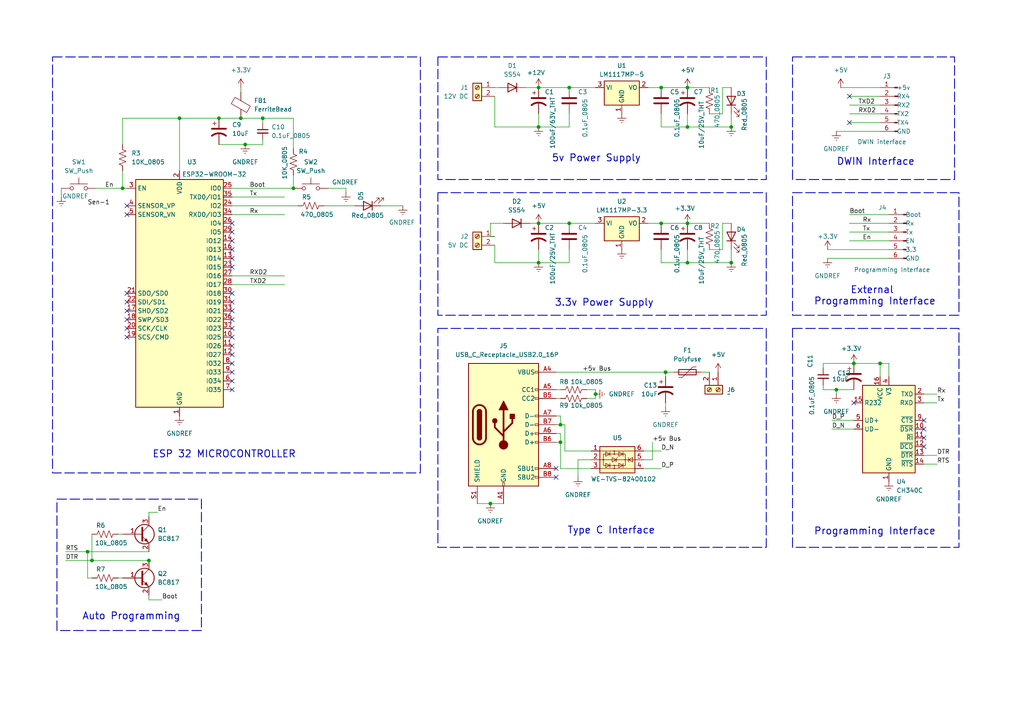
<source format=kicad_sch>
(kicad_sch (version 20250114) (generator "eeschema") (generator_version "9.0")
  (paper "A4")
  (title_block (title "Smart Savour") (date "2025-02-16") (rev "2.0") (company "Iot Product Development") (comment 1 "Pravin B         ( 73772213172 ) - III_ECE_B") (comment 2 "Bavanandhika S  ( 73772213109 ) - III_ECE_A") (comment 3 "Batch number : 02"))
  (lib_symbols
    (symbol "+5V_1" (power) (pin_numbers (hide yes)) (pin_names (offset 0) (hide yes))
      (property "Value" "+5V" (at 0 3.556 0))
      (symbol "+5V_1_1_1"
        (pin power_in line (at 0 0 90) (length 0) (name "~") (number "1"))
      )
    )
    (symbol "Conn_01x06_Pin_1" (pin_names (offset 1.016))
      (property "Reference" "J?" (at 4.318 8.382 0))
      (property "Value" "Prog." (at 4.064 -9.652 0))
      (symbol "Conn_01x06_Pin_1_1_1"
        (pin passive line (at 1.27 6.35 180) (length 3.81) (name "Boot") (number "1"))
        (pin passive line (at 1.27 3.81 180) (length 3.81) (name "Rx") (number "2"))
        (pin passive line (at 1.27 1.27 180) (length 3.81) (name "Tx") (number "3"))
        (pin passive line (at 1.27 -1.27 180) (length 3.81) (name "EN") (number "4"))
        (pin passive line (at 1.27 -3.81 180) (length 3.81) (name "3.3") (number "5"))
        (pin passive line (at 1.27 -6.35 180) (length 3.81) (name "GND") (number "6"))
      )
    )
    (symbol "Connector:Conn_01x06_Pin" (pin_names (offset 1.016))
      (property "Reference" "J3" (at 0.508 9.652 0))
      (property "Value" "DWIN interface" (at 7.874 -9.398 0))
      (symbol "Conn_01x06_Pin_1_1"
        (pin passive line (at 1.27 6.35 180) (length 3.81) (name "+5v") (number "1"))
        (pin passive line (at 1.27 3.81 180) (length 3.81) (name "RX4") (number "2"))
        (pin passive line (at 1.27 1.27 180) (length 3.81) (name "RX2") (number "3"))
        (pin passive line (at 1.27 -1.27 180) (length 3.81) (name "TX2") (number "4"))
        (pin passive line (at 1.27 -3.81 180) (length 3.81) (name "TX4") (number "5"))
        (pin passive line (at 1.27 -6.35 180) (length 3.81) (name "GND") (number "6"))
      )
    )
    (symbol "Connector:Screw_Terminal_01x02" (pin_names (offset 1.016) (hide yes))
      (property "Reference" "J" (at 0 2.54 0))
      (property "Value" "Screw_Terminal_01x02" (at 0 -5.08 0))
      (symbol "Screw_Terminal_01x02_1_1"
        (pin passive line (at -5.08 0 0) (length 3.81) (name "Pin_1") (number "1"))
        (pin passive line (at -5.08 -2.54 0) (length 3.81) (name "Pin_2") (number "2"))
      )
    )
    (symbol "Connector:USB_C_Receptacle_USB2.0_16P" (pin_names (offset 1.016))
      (property "Reference" "J" (at 0 22.225 0))
      (property "Value" "USB_C_Receptacle_USB2.0_16P" (at 0 19.685 0))
      (symbol "USB_C_Receptacle_USB2.0_16P_1_1"
        (pin passive line (at -7.62 -22.86 90) (length 5.08) (name "SHIELD") (number "S1"))
        (pin passive line (at 0 -22.86 90) (length 5.08) (name "GND") (number "A1"))
        (pin passive line (at 0 -22.86 90) (length 5.08) (hide yes) (name "GND") (number "A12"))
        (pin passive line (at 0 -22.86 90) (length 5.08) (hide yes) (name "GND") (number "B1"))
        (pin passive line (at 0 -22.86 90) (length 5.08) (hide yes) (name "GND") (number "B12"))
        (pin passive line (at 15.24 15.24 180) (length 5.08) (name "VBUS") (number "A4"))
        (pin passive line (at 15.24 15.24 180) (length 5.08) (hide yes) (name "VBUS") (number "A9"))
        (pin passive line (at 15.24 15.24 180) (length 5.08) (hide yes) (name "VBUS") (number "B4"))
        (pin passive line (at 15.24 15.24 180) (length 5.08) (hide yes) (name "VBUS") (number "B9"))
        (pin bidirectional line (at 15.24 10.16 180) (length 5.08) (name "CC1") (number "A5"))
        (pin bidirectional line (at 15.24 7.62 180) (length 5.08) (name "CC2") (number "B5"))
        (pin bidirectional line (at 15.24 2.54 180) (length 5.08) (name "D-") (number "A7"))
        (pin bidirectional line (at 15.24 0 180) (length 5.08) (name "D-") (number "B7"))
        (pin bidirectional line (at 15.24 -2.54 180) (length 5.08) (name "D+") (number "A6"))
        (pin bidirectional line (at 15.24 -5.08 180) (length 5.08) (name "D+") (number "B6"))
        (pin bidirectional line (at 15.24 -12.7 180) (length 5.08) (name "SBU1") (number "A8"))
        (pin bidirectional line (at 15.24 -15.24 180) (length 5.08) (name "SBU2") (number "B8"))
      )
    )
    (symbol "Device:C" (pin_numbers (hide yes)) (pin_names (offset 0.254))
      (property "Reference" "C" (at 0.635 2.54 0))
      (property "Value" "C" (at 0.635 -2.54 0))
      (symbol "C_1_1"
        (pin passive line (at 0 3.81 270) (length 2.794) (name "~") (number "1"))
        (pin passive line (at 0 -3.81 90) (length 2.794) (name "~") (number "2"))
      )
    )
    (symbol "Device:C_Polarized_US" (pin_numbers (hide yes)) (pin_names (offset 0.254) (hide yes))
      (property "Reference" "C" (at 0.635 2.54 0))
      (property "Value" "C_Polarized_US" (at 0.635 -2.54 0))
      (symbol "C_Polarized_US_1_1"
        (pin passive line (at 0 3.81 270) (length 2.794) (name "~") (number "1"))
        (pin passive line (at 0 -3.81 90) (length 3.302) (name "~") (number "2"))
      )
    )
    (symbol "Device:C_Small" (pin_numbers (hide yes)) (pin_names (offset 0.254) (hide yes))
      (property "Reference" "C" (at 0.254 1.778 0))
      (property "Value" "C_Small" (at 0.254 -2.032 0))
      (symbol "C_Small_1_1"
        (pin passive line (at 0 2.54 270) (length 2.032) (name "~") (number "1"))
        (pin passive line (at 0 -2.54 90) (length 2.032) (name "~") (number "2"))
      )
    )
    (symbol "Device:D" (pin_numbers (hide yes)) (pin_names (offset 1.016) (hide yes))
      (property "Reference" "D" (at 0 2.54 0))
      (property "Value" "D" (at 0 -2.54 0))
      (symbol "D_1_1"
        (pin passive line (at -3.81 0 0) (length 2.54) (name "K") (number "1"))
        (pin passive line (at 3.81 0 180) (length 2.54) (name "A") (number "2"))
      )
    )
    (symbol "Device:FerriteBead" (pin_numbers (hide yes)) (pin_names (offset 0))
      (property "Reference" "FB" (at -3.81 0.635 90))
      (property "Value" "FerriteBead" (at 3.81 0 90))
      (symbol "FerriteBead_1_1"
        (pin passive line (at 0 3.81 270) (length 2.54) (name "~") (number "1"))
        (pin passive line (at 0 -3.81 90) (length 2.54) (name "~") (number "2"))
      )
    )
    (symbol "Device:LED" (pin_numbers (hide yes)) (pin_names (offset 1.016) (hide yes))
      (property "Reference" "D" (at 0 2.54 0))
      (property "Value" "LED" (at 0 -2.54 0))
      (symbol "LED_1_1"
        (pin passive line (at -3.81 0 0) (length 2.54) (name "K") (number "1"))
        (pin passive line (at 3.81 0 180) (length 2.54) (name "A") (number "2"))
      )
    )
    (symbol "Device:Polyfuse" (pin_numbers (hide yes)) (pin_names (offset 0))
      (property "Reference" "F" (at -2.54 0 90))
      (property "Value" "Polyfuse" (at 2.54 0 90))
      (symbol "Polyfuse_1_1"
        (pin passive line (at 0 3.81 270) (length 1.27) (name "~") (number "1"))
        (pin passive line (at 0 -3.81 90) (length 1.27) (name "~") (number "2"))
      )
    )
    (symbol "Device:R_US" (pin_numbers (hide yes)) (pin_names (offset 0))
      (property "Reference" "R" (at 2.54 0 90))
      (property "Value" "R_US" (at -2.54 0 90))
      (symbol "R_US_1_1"
        (pin passive line (at 0 3.81 270) (length 1.27) (name "~") (number "1"))
        (pin passive line (at 0 -3.81 90) (length 1.27) (name "~") (number "2"))
      )
    )
    (symbol "Interface_USB:CH340C"
      (property "Reference" "U" (at -5.08 13.97 0))
      (property "Value" "CH340C" (at 1.27 13.97 0))
      (symbol "CH340C_1_1"
        (pin input line (at -10.16 7.62 0) (length 2.54) (name "R232") (number "15"))
        (pin bidirectional line (at -10.16 2.54 0) (length 2.54) (name "UD+") (number "5"))
        (pin bidirectional line (at -10.16 0 0) (length 2.54) (name "UD-") (number "6"))
        (pin no_connect line (at -7.62 -5.08 0) (length 2.54) (hide yes) (name "NC") (number "7"))
        (pin no_connect line (at -7.62 -7.62 0) (length 2.54) (hide yes) (name "NC") (number "8"))
        (pin power_in line (at -2.54 15.24 270) (length 2.54) (name "VCC") (number "16"))
        (pin power_out line (at 0 15.24 270) (length 2.54) (name "V3") (number "4"))
        (pin power_in line (at 0 -15.24 90) (length 2.54) (name "GND") (number "1"))
        (pin output line (at 10.16 10.16 180) (length 2.54) (name "TXD") (number "2"))
        (pin input line (at 10.16 7.62 180) (length 2.54) (name "RXD") (number "3"))
        (pin input line (at 10.16 2.54 180) (length 2.54) (name "~{CTS}") (number "9"))
        (pin input line (at 10.16 0 180) (length 2.54) (name "~{DSR}") (number "10"))
        (pin input line (at 10.16 -2.54 180) (length 2.54) (name "~{RI}") (number "11"))
        (pin input line (at 10.16 -5.08 180) (length 2.54) (name "~{DCD}") (number "12"))
        (pin output line (at 10.16 -7.62 180) (length 2.54) (name "~{DTR}") (number "13"))
        (pin output line (at 10.16 -10.16 180) (length 2.54) (name "~{RTS}") (number "14"))
      )
    )
    (symbol "Power_Protection:WE-TVS-82400102"
      (property "Reference" "U" (at 0 7.62 0))
      (property "Value" "WE-TVS-82400102" (at 0 5.08 0))
      (symbol "WE-TVS-82400102_1_1"
        (pin passive line (at -7.62 2.54 0) (length 2.54) (name "~") (number "1"))
        (pin passive line (at -7.62 0 0) (length 2.54) (name "~") (number "2"))
        (pin passive line (at -7.62 -2.54 0) (length 2.54) (name "~") (number "3"))
        (pin passive line (at 7.62 2.54 180) (length 2.54) (name "~") (number "6"))
        (pin passive line (at 7.62 0 180) (length 2.54) (name "~") (number "5"))
        (pin passive line (at 7.62 -2.54 180) (length 2.54) (name "~") (number "4"))
      )
    )
    (symbol "RF_Module:ESP32-WROOM-32"
      (property "Reference" "U" (at -12.7 34.29 0))
      (property "Value" "ESP32-WROOM-32" (at 1.27 34.29 0))
      (symbol "ESP32-WROOM-32_1_1"
        (pin input line (at -15.24 30.48 0) (length 2.54) (name "EN") (number "3"))
        (pin input line (at -15.24 25.4 0) (length 2.54) (name "SENSOR_VP") (number "4"))
        (pin input line (at -15.24 22.86 0) (length 2.54) (name "SENSOR_VN") (number "5"))
        (pin bidirectional line (at -15.24 0 0) (length 2.54) (name "SDO/SD0") (number "21"))
        (pin bidirectional line (at -15.24 -2.54 0) (length 2.54) (name "SDI/SD1") (number "22"))
        (pin bidirectional line (at -15.24 -5.08 0) (length 2.54) (name "SHD/SD2") (number "17"))
        (pin bidirectional line (at -15.24 -7.62 0) (length 2.54) (name "SWP/SD3") (number "18"))
        (pin bidirectional line (at -15.24 -10.16 0) (length 2.54) (name "SCK/CLK") (number "20"))
        (pin bidirectional line (at -15.24 -12.7 0) (length 2.54) (name "SCS/CMD") (number "19"))
        (pin no_connect line (at -12.7 -27.94 0) (length 2.54) (hide yes) (name "NC") (number "32"))
        (pin power_in line (at 0 35.56 270) (length 2.54) (name "VDD") (number "2"))
        (pin power_in line (at 0 -35.56 90) (length 2.54) (name "GND") (number "1"))
        (pin passive line (at 0 -35.56 90) (length 2.54) (hide yes) (name "GND") (number "15"))
        (pin passive line (at 0 -35.56 90) (length 2.54) (hide yes) (name "GND") (number "38"))
        (pin passive line (at 0 -35.56 90) (length 2.54) (hide yes) (name "GND") (number "39"))
        (pin bidirectional line (at 15.24 30.48 180) (length 2.54) (name "IO0") (number "25"))
        (pin bidirectional line (at 15.24 27.94 180) (length 2.54) (name "TXD0/IO1") (number "35"))
        (pin bidirectional line (at 15.24 25.4 180) (length 2.54) (name "IO2") (number "24"))
        (pin bidirectional line (at 15.24 22.86 180) (length 2.54) (name "RXD0/IO3") (number "34"))
        (pin bidirectional line (at 15.24 20.32 180) (length 2.54) (name "IO4") (number "26"))
        (pin bidirectional line (at 15.24 17.78 180) (length 2.54) (name "IO5") (number "29"))
        (pin bidirectional line (at 15.24 15.24 180) (length 2.54) (name "IO12") (number "14"))
        (pin bidirectional line (at 15.24 12.7 180) (length 2.54) (name "IO13") (number "16"))
        (pin bidirectional line (at 15.24 10.16 180) (length 2.54) (name "IO14") (number "13"))
        (pin bidirectional line (at 15.24 7.62 180) (length 2.54) (name "IO15") (number "23"))
        (pin bidirectional line (at 15.24 5.08 180) (length 2.54) (name "IO16") (number "27"))
        (pin bidirectional line (at 15.24 2.54 180) (length 2.54) (name "IO17") (number "28"))
        (pin bidirectional line (at 15.24 0 180) (length 2.54) (name "IO18") (number "30"))
        (pin bidirectional line (at 15.24 -2.54 180) (length 2.54) (name "IO19") (number "31"))
        (pin bidirectional line (at 15.24 -5.08 180) (length 2.54) (name "IO21") (number "33"))
        (pin bidirectional line (at 15.24 -7.62 180) (length 2.54) (name "IO22") (number "36"))
        (pin bidirectional line (at 15.24 -10.16 180) (length 2.54) (name "IO23") (number "37"))
        (pin bidirectional line (at 15.24 -12.7 180) (length 2.54) (name "IO25") (number "10"))
        (pin bidirectional line (at 15.24 -15.24 180) (length 2.54) (name "IO26") (number "11"))
        (pin bidirectional line (at 15.24 -17.78 180) (length 2.54) (name "IO27") (number "12"))
        (pin bidirectional line (at 15.24 -20.32 180) (length 2.54) (name "IO32") (number "8"))
        (pin bidirectional line (at 15.24 -22.86 180) (length 2.54) (name "IO33") (number "9"))
        (pin input line (at 15.24 -25.4 180) (length 2.54) (name "IO34") (number "6"))
        (pin input line (at 15.24 -27.94 180) (length 2.54) (name "IO35") (number "7"))
      )
    )
    (symbol "Regulator_Linear:LM1117DT-5.0"
      (property "Reference" "U" (at -3.81 3.175 0))
      (property "Value" "LM1117DT-5.0" (at 0 3.175 0))
      (symbol "LM1117DT-5.0_1_1"
        (pin power_in line (at -7.62 0 0) (length 2.54) (name "VI") (number "3"))
        (pin power_in line (at 0 -7.62 90) (length 2.54) (name "GND") (number "1"))
        (pin power_out line (at 7.62 0 180) (length 2.54) (name "VO") (number "2"))
      )
    )
    (symbol "Regulator_Linear:LM1117MP-3.3"
      (property "Reference" "U" (at -3.81 3.175 0))
      (property "Value" "LM1117MP-3.3" (at 0 3.175 0))
      (symbol "LM1117MP-3.3_1_1"
        (pin power_in line (at -7.62 0 0) (length 2.54) (name "VI") (number "3"))
        (pin power_in line (at 0 -7.62 90) (length 2.54) (name "GND") (number "1"))
        (pin power_out line (at 7.62 0 180) (length 2.54) (name "VO") (number "2"))
      )
    )
    (symbol "Switch:SW_Push" (pin_numbers (hide yes)) (pin_names (offset 1.016) (hide yes))
      (property "Reference" "SW" (at 1.27 2.54 0))
      (property "Value" "SW_Push" (at 0 -1.524 0))
      (symbol "SW_Push_0_1"
        (pin passive line (at -5.08 0 0) (length 2.54) (name "1") (number "1"))
        (pin passive line (at 5.08 0 180) (length 2.54) (name "2") (number "2"))
      )
    )
    (symbol "Transistor_BJT:BC817" (pin_names (offset 0) (hide yes))
      (property "Reference" "Q" (at 5.08 1.905 0))
      (property "Value" "BC817" (at 5.08 0 0))
      (symbol "BC817_1_1"
        (pin input line (at -5.08 0 0) (length 5.715) (name "B") (number "1"))
        (pin passive line (at 2.54 5.08 270) (length 2.54) (name "C") (number "3"))
        (pin passive line (at 2.54 -5.08 90) (length 2.54) (name "E") (number "2"))
      )
    )
    (symbol "power:+3.3V" (power) (pin_names (offset 0))
      (property "Value" "+3.3V" (at 0 3.556 0))
      (symbol "+3.3V_1_1"
        (pin power_in line (at 0 0 90) (length 0) (hide yes) (name "+3.3V") (number "1"))
      )
    )
    (symbol "power:+5V" (power) (pin_names (offset 0))
      (property "Value" "+5V" (at 0 3.556 0))
      (symbol "+5V_1_1"
        (pin power_in line (at 0 0 90) (length 0) (hide yes) (name "+5V") (number "1"))
      )
    )
    (symbol "power:GNDREF" (power) (pin_names (offset 0))
      (property "Value" "GNDREF" (at 0 -3.81 0))
      (symbol "GNDREF_1_1"
        (pin power_in line (at 0 0 270) (length 0) (hide yes) (name "GNDREF") (number "1"))
      )
    )
  )
  (rectangle (start 229.87 55.88) (end 278.13 91.44) (stroke (width 0.254) (type dash)))
  (rectangle (start 127 95.25) (end 222.25 158.75) (stroke (width 0.254) (type dash)))
  (rectangle (start 15.24 16.51) (end 121.92 137.16) (stroke (width 0.254) (type dash)))
  (rectangle (start 229.87 16.51) (end 276.86 52.07) (stroke (width 0.254) (type dash)))
  (rectangle (start 16.51 144.78) (end 58.42 182.88) (stroke (width 0.254) (type dash)))
  (rectangle (start 229.87 95.25) (end 278.13 158.75) (stroke (width 0.254) (type dash)))
  (rectangle (start 127 16.51) (end 222.25 52.07) (stroke (width 0.254) (type dash)))
  (rectangle (start 127 55.88) (end 222.25 91.44) (stroke (width 0.254) (type dash)))
  (text "DWIN Interface" (at 254 46.99 0) (effects (font (size 2.032 2.032) (thickness 0.254) (bold yes))))
  (text "Programming Interface\n" (at 253.746 154.178 0) (effects (font (size 2.032 2.032) (thickness 0.254) (bold yes))))
  (text "3.3v Power Supply \n" (at 176.022 87.884 0) (effects (font (size 2.032 2.032) (thickness 0.254) (bold yes))))
  (text "External \nProgramming Interface\n" (at 253.746 85.852 0) (effects (font (size 2.032 2.032) (thickness 0.254) (bold yes))))
  (text "Auto Programming\n" (at 38.1 178.816 0) (effects (font (size 2.032 2.032) (thickness 0.254) (bold yes))))
  (text "5v Power Supply \n" (at 173.736 45.974 0) (effects (font (size 2.032 2.032) (thickness 0.254) (bold yes))))
  (text "Type C Interface\n" (at 177.292 153.924 0) (effects (font (size 2.032 2.032) (thickness 0.254) (bold yes))))
  (text "ESP 32 MICROCONTROLLER\n" (at 65.024 131.826 0) (effects (font (size 2.032 2.032) (thickness 0.254) (bold yes))))
  (junction (at 71.12 41.91))
  (junction (at 199.39 64.77))
  (junction (at 76.2 34.29))
  (junction (at 142.24 146.05))
  (junction (at 199.39 25.4))
  (junction (at 156.21 36.83))
  (junction (at 69.85 34.29))
  (junction (at 156.21 25.4))
  (junction (at 156.21 64.77))
  (junction (at 191.77 25.4))
  (junction (at 43.18 162.56))
  (junction (at 212.09 36.83))
  (junction (at 255.27 105.41))
  (junction (at 212.09 76.2))
  (junction (at 172.72 114.3))
  (junction (at 26.67 162.56))
  (junction (at 25.4 160.02))
  (junction (at 63.5 34.29))
  (junction (at 165.1 25.4))
  (junction (at 191.77 64.77))
  (junction (at 247.65 105.41))
  (junction (at 35.56 54.61))
  (junction (at 165.1 64.77))
  (junction (at 193.04 107.95))
  (junction (at 156.21 76.2))
  (junction (at 85.09 54.61))
  (junction (at 199.39 76.2))
  (junction (at 162.56 128.27))
  (junction (at 242.57 113.03))
  (junction (at 162.56 123.19))
  (junction (at 199.39 36.83))
  (junction (at 52.07 34.29))
  (no_connect (at 67.31 100.33))
  (no_connect (at 36.83 92.71))
  (no_connect (at 67.31 92.71))
  (no_connect (at 67.31 107.95))
  (no_connect (at 36.83 59.69))
  (no_connect (at 67.31 105.41))
  (no_connect (at 67.31 90.17))
  (no_connect (at 36.83 95.25))
  (no_connect (at 67.31 110.49))
  (no_connect (at 267.97 121.92))
  (no_connect (at 247.65 116.84))
  (no_connect (at 36.83 85.09))
  (no_connect (at 267.97 124.46))
  (no_connect (at 36.83 97.79))
  (no_connect (at 67.31 97.79))
  (no_connect (at 67.31 77.47))
  (no_connect (at 67.31 87.63))
  (no_connect (at 161.29 138.43))
  (no_connect (at 67.31 102.87))
  (no_connect (at 267.97 127))
  (no_connect (at 267.97 129.54))
  (no_connect (at 67.31 69.85))
  (no_connect (at 36.83 87.63))
  (no_connect (at 67.31 85.09))
  (no_connect (at 161.29 135.89))
  (no_connect (at 246.38 35.56))
  (no_connect (at 246.38 27.94))
  (no_connect (at 36.83 62.23))
  (no_connect (at 67.31 74.93))
  (no_connect (at 67.31 95.25))
  (no_connect (at 67.31 113.03))
  (no_connect (at 36.83 90.17))
  (no_connect (at 67.31 67.31))
  (no_connect (at 67.31 64.77))
  (no_connect (at 67.31 72.39))
  (wire (pts (xy 67.31 59.69) (xy 86.36 59.69)))
  (wire (pts (xy 170.18 115.57) (xy 172.72 115.57)))
  (wire (pts (xy 163.83 123.19) (xy 162.56 123.19)))
  (wire (pts (xy 161.29 107.95) (xy 193.04 107.95)))
  (wire (pts (xy 138.43 146.05) (xy 142.24 146.05)))
  (wire (pts (xy 186.69 130.81) (xy 191.77 130.81)))
  (wire (pts (xy 203.2 107.95) (xy 205.74 107.95)))
  (wire (pts (xy 199.39 36.83) (xy 212.09 36.83)))
  (wire (pts (xy 162.56 123.19) (xy 162.56 120.65)))
  (wire (pts (xy 205.74 33.02) (xy 209.55 33.02)))
  (wire (pts (xy 85.09 50.8) (xy 85.09 54.61)))
  (wire (pts (xy 100.33 54.61) (xy 95.25 54.61)))
  (wire (pts (xy 191.77 25.4) (xy 199.39 25.4)))
  (wire (pts (xy 257.81 109.22) (xy 257.81 105.41)))
  (wire (pts (xy 172.72 113.03) (xy 172.72 114.3)))
  (wire (pts (xy 238.76 105.41) (xy 238.76 106.68)))
  (wire (pts (xy 142.24 64.77) (xy 146.05 64.77)))
  (wire (pts (xy 43.18 173.99) (xy 46.99 173.99)))
  (wire (pts (xy 171.45 133.35) (xy 167.64 133.35)))
  (wire (pts (xy 246.38 67.31) (xy 257.81 67.31)))
  (wire (pts (xy 170.18 113.03) (xy 172.72 113.03)))
  (wire (pts (xy 165.1 76.2) (xy 165.1 72.39)))
  (wire (pts (xy 35.56 34.29) (xy 52.07 34.29)))
  (wire (pts (xy 246.38 27.94) (xy 255.27 27.94)))
  (wire (pts (xy 76.2 40.64) (xy 76.2 41.91)))
  (wire (pts (xy 162.56 135.89) (xy 171.45 135.89)))
  (wire (pts (xy 209.55 33.02) (xy 209.55 25.4)))
  (wire (pts (xy 143.51 36.83) (xy 156.21 36.83)))
  (wire (pts (xy 156.21 76.2) (xy 165.1 76.2)))
  (wire (pts (xy 93.98 59.69) (xy 102.87 59.69)))
  (wire (pts (xy 267.97 134.62) (xy 271.78 134.62)))
  (wire (pts (xy 191.77 76.2) (xy 199.39 76.2)))
  (wire (pts (xy 191.77 64.77) (xy 199.39 64.77)))
  (wire (pts (xy 189.23 128.27) (xy 189.23 133.35)))
  (wire (pts (xy 142.24 68.58) (xy 142.24 64.77)))
  (wire (pts (xy 241.3 121.92) (xy 247.65 121.92)))
  (wire (pts (xy 163.83 130.81) (xy 163.83 123.19)))
  (wire (pts (xy 193.04 116.84) (xy 193.04 118.11)))
  (wire (pts (xy 171.45 130.81) (xy 163.83 130.81)))
  (wire (pts (xy 34.29 167.64) (xy 35.56 167.64)))
  (wire (pts (xy 143.51 27.94) (xy 143.51 36.83)))
  (wire (pts (xy 161.29 113.03) (xy 162.56 113.03)))
  (wire (pts (xy 247.65 105.41) (xy 255.27 105.41)))
  (wire (pts (xy 67.31 80.01) (xy 82.55 80.01)))
  (wire (pts (xy 143.51 25.4) (xy 144.78 25.4)))
  (wire (pts (xy 167.64 133.35) (xy 167.64 138.43)))
  (wire (pts (xy 255.27 109.22) (xy 255.27 105.41)))
  (wire (pts (xy 165.1 36.83) (xy 165.1 33.02)))
  (wire (pts (xy 193.04 107.95) (xy 195.58 107.95)))
  (wire (pts (xy 85.09 34.29) (xy 76.2 34.29)))
  (wire (pts (xy 85.09 43.18) (xy 85.09 34.29)))
  (wire (pts (xy 240.03 72.39) (xy 257.81 72.39)))
  (wire (pts (xy 63.5 34.29) (xy 69.85 34.29)))
  (wire (pts (xy 100.33 54.61) (xy 100.33 55.88)))
  (wire (pts (xy 43.18 148.59) (xy 45.72 148.59)))
  (wire (pts (xy 212.09 36.83) (xy 212.09 33.02)))
  (wire (pts (xy 143.51 68.58) (xy 142.24 68.58)))
  (wire (pts (xy 209.55 64.77) (xy 212.09 64.77)))
  (wire (pts (xy 156.21 36.83) (xy 165.1 36.83)))
  (wire (pts (xy 243.84 25.4) (xy 255.27 25.4)))
  (wire (pts (xy 246.38 30.48) (xy 255.27 30.48)))
  (wire (pts (xy 17.78 57.15) (xy 17.78 54.61)))
  (wire (pts (xy 199.39 33.02) (xy 199.39 36.83)))
  (wire (pts (xy 246.38 69.85) (xy 257.81 69.85)))
  (wire (pts (xy 209.55 72.39) (xy 209.55 64.77)))
  (wire (pts (xy 199.39 25.4) (xy 205.74 25.4)))
  (wire (pts (xy 241.3 124.46) (xy 247.65 124.46)))
  (wire (pts (xy 69.85 34.29) (xy 76.2 34.29)))
  (wire (pts (xy 161.29 123.19) (xy 162.56 123.19)))
  (wire (pts (xy 165.1 25.4) (xy 172.72 25.4)))
  (wire (pts (xy 26.67 162.56) (xy 43.18 162.56)))
  (wire (pts (xy 189.23 133.35) (xy 186.69 133.35)))
  (wire (pts (xy 187.96 64.77) (xy 191.77 64.77)))
  (wire (pts (xy 187.96 25.4) (xy 191.77 25.4)))
  (wire (pts (xy 199.39 72.39) (xy 199.39 76.2)))
  (wire (pts (xy 162.56 125.73) (xy 162.56 128.27)))
  (wire (pts (xy 25.4 167.64) (xy 25.4 160.02)))
  (wire (pts (xy 34.29 154.94) (xy 35.56 154.94)))
  (wire (pts (xy 246.38 62.23) (xy 257.81 62.23)))
  (wire (pts (xy 172.72 114.3) (xy 172.72 115.57)))
  (wire (pts (xy 161.29 125.73) (xy 162.56 125.73)))
  (wire (pts (xy 52.07 34.29) (xy 52.07 49.53)))
  (wire (pts (xy 246.38 33.02) (xy 255.27 33.02)))
  (wire (pts (xy 242.57 113.03) (xy 247.65 113.03)))
  (wire (pts (xy 242.57 113.03) (xy 242.57 114.3)))
  (wire (pts (xy 67.31 57.15) (xy 82.55 57.15)))
  (wire (pts (xy 143.51 71.12) (xy 143.51 76.2)))
  (wire (pts (xy 191.77 72.39) (xy 191.77 76.2)))
  (wire (pts (xy 25.4 160.02) (xy 43.18 160.02)))
  (wire (pts (xy 116.84 59.69) (xy 110.49 59.69)))
  (wire (pts (xy 242.57 38.1) (xy 255.27 38.1)))
  (wire (pts (xy 153.67 64.77) (xy 156.21 64.77)))
  (wire (pts (xy 191.77 36.83) (xy 199.39 36.83)))
  (wire (pts (xy 205.74 72.39) (xy 209.55 72.39)))
  (wire (pts (xy 26.67 154.94) (xy 26.67 162.56)))
  (wire (pts (xy 165.1 64.77) (xy 172.72 64.77)))
  (wire (pts (xy 199.39 76.2) (xy 212.09 76.2)))
  (wire (pts (xy 162.56 120.65) (xy 161.29 120.65)))
  (wire (pts (xy 43.18 162.56) (xy 43.18 165.1)))
  (wire (pts (xy 156.21 33.02) (xy 156.21 36.83)))
  (wire (pts (xy 142.24 146.05) (xy 146.05 146.05)))
  (wire (pts (xy 156.21 72.39) (xy 156.21 76.2)))
  (wire (pts (xy 156.21 64.77) (xy 165.1 64.77)))
  (wire (pts (xy 35.56 54.61) (xy 36.83 54.61)))
  (wire (pts (xy 71.12 41.91) (xy 76.2 41.91)))
  (wire (pts (xy 161.29 115.57) (xy 162.56 115.57)))
  (wire (pts (xy 67.31 54.61) (xy 85.09 54.61)))
  (wire (pts (xy 193.04 107.95) (xy 193.04 109.22)))
  (wire (pts (xy 199.39 64.77) (xy 205.74 64.77)))
  (wire (pts (xy 35.56 49.53) (xy 35.56 54.61)))
  (wire (pts (xy 267.97 116.84) (xy 271.78 116.84)))
  (wire (pts (xy 67.31 62.23) (xy 82.55 62.23)))
  (wire (pts (xy 238.76 105.41) (xy 247.65 105.41)))
  (wire (pts (xy 162.56 128.27) (xy 161.29 128.27)))
  (wire (pts (xy 267.97 114.3) (xy 271.78 114.3)))
  (wire (pts (xy 186.69 135.89) (xy 191.77 135.89)))
  (wire (pts (xy 143.51 76.2) (xy 156.21 76.2)))
  (wire (pts (xy 19.05 160.02) (xy 25.4 160.02)))
  (wire (pts (xy 246.38 64.77) (xy 257.81 64.77)))
  (wire (pts (xy 52.07 34.29) (xy 63.5 34.29)))
  (wire (pts (xy 156.21 25.4) (xy 165.1 25.4)))
  (wire (pts (xy 238.76 111.76) (xy 238.76 113.03)))
  (wire (pts (xy 43.18 172.72) (xy 43.18 173.99)))
  (wire (pts (xy 246.38 35.56) (xy 255.27 35.56)))
  (wire (pts (xy 76.2 35.56) (xy 76.2 34.29)))
  (wire (pts (xy 267.97 132.08) (xy 271.78 132.08)))
  (wire (pts (xy 35.56 41.91) (xy 35.56 34.29)))
  (wire (pts (xy 67.31 82.55) (xy 82.55 82.55)))
  (wire (pts (xy 63.5 41.91) (xy 71.12 41.91)))
  (wire (pts (xy 162.56 135.89) (xy 162.56 128.27)))
  (wire (pts (xy 209.55 25.4) (xy 212.09 25.4)))
  (wire (pts (xy 255.27 105.41) (xy 257.81 105.41)))
  (wire (pts (xy 19.05 162.56) (xy 26.67 162.56)))
  (wire (pts (xy 212.09 76.2) (xy 212.09 72.39)))
  (wire (pts (xy 27.94 54.61) (xy 35.56 54.61)))
  (wire (pts (xy 242.57 113.03) (xy 238.76 113.03)))
  (wire (pts (xy 43.18 149.86) (xy 43.18 148.59)))
  (wire (pts (xy 240.03 74.93) (xy 257.81 74.93)))
  (wire (pts (xy 191.77 33.02) (xy 191.77 36.83)))
  (wire (pts (xy 26.67 167.64) (xy 25.4 167.64)))
  (wire (pts (xy 152.4 25.4) (xy 156.21 25.4)))
  (wire (pts (xy 69.85 25.4) (xy 69.85 26.67)))
  (label "Tx" (at 72.39 57.15 0))
  (label "RTS" (at 19.05 160.02 0))
  (label "D_P" (at 191.77 135.89 0))
  (label "En" (at 45.72 148.59 0))
  (label "RTS" (at 271.78 134.62 0))
  (label "TXD2" (at 72.39 82.55 0))
  (label "En" (at 250.19 69.85 0))
  (label "+5v Bus" (at 168.91 107.95 0))
  (label "+5v Bus" (at 189.23 128.27 0))
  (label "En" (at 30.48 54.61 0))
  (label "Boot" (at 72.39 54.61 0))
  (label "D_P" (at 241.3 121.92 0))
  (label "Rx" (at 271.78 114.3 0))
  (label "RXD2" (at 72.39 80.01 0))
  (label "RXD2" (at 248.92 33.02 0))
  (label "DTR" (at 271.78 132.08 0))
  (label "Tx" (at 250.19 67.31 0))
  (label "Boot" (at 246.38 62.23 0))
  (label "Tx" (at 271.78 116.84 0))
  (label "Boot" (at 46.99 173.99 0))
  (label "TXD2" (at 248.92 30.48 0))
  (label "D_N" (at 241.3 124.46 0))
  (label "Rx" (at 72.39 62.23 0))
  (label "D_N" (at 191.77 130.81 0))
  (label "Rx" (at 250.19 64.77 0))
  (label "DTR" (at 19.05 162.56 0))
  (label "Sen-1" (at 25.4 59.69 0))
  (symbol (lib_id "Connector:Screw_Terminal_01x02") (at 138.43 25.4 0) (mirror y) (unit 1)
    (property "Reference" "J1" (at 135.89 25.3999 0) (effects (justify left)))
    (property "Value" "12V DC" (at 135.89 27.9399 0) (effects (justify left)))
    (property "Footprint" "Connector_BarrelJack:BarrelJack_GCT_DCJ200-10-A_Horizontal" (effects (hide yes)))
    (property "Description" "Generic screw terminal, single row, 01x02, script generated (kicad-library-utils/schlib/autogen/connector/)" (effects (hide yes)))
  )
  (symbol (lib_id "Device:C") (at 165.1 29.21 0) (unit 1)
    (property "Reference" "C3" (at 167.64 26.67 0) (effects (justify left)))
    (property "Value" "0.1uF_0805" (at 169.672 39.878 90) (effects (justify left)))
    (property "Footprint" "Capacitor_SMD:C_0805_2012Metric_Pad1.18x1.45mm_HandSolder" (effects (hide yes)))
    (property "Description" "Unpolarized capacitor" (effects (hide yes)))
  )
  (symbol (lib_id "Device:R_US") (at 205.74 68.58 0) (unit 1)
    (property "Reference" "R2" (at 205.994 65.532 0) (effects (justify left)))
    (property "Value" "470_0805" (at 208.026 76.454 90) (effects (justify left)))
    (property "Footprint" "Resistor_SMD:R_0805_2012Metric_Pad1.20x1.40mm_HandSolder" (effects (hide yes)))
    (property "Description" "Resistor, US symbol" (effects (hide yes)))
  )
  (symbol (lib_id "Device:LED") (at 106.68 59.69 180) (unit 1)
    (property "Reference" "D5" (at 104.648 58.166 90) (effects (justify right)))
    (property "Value" "Red_0805" (at 101.854 62.484 0) (effects (justify right)))
    (property "Footprint" "LED_SMD:LED_0805_2012Metric_Pad1.15x1.40mm_HandSolder" (effects (hide yes)))
    (property "Description" "Light emitting diode" (effects (hide yes)))
  )
  (symbol (lib_name "+5V_1") (lib_id "power:+5V") (at 199.39 25.4 0) (unit 1)
    (property "Reference" "#PWR07" (effects (hide yes)))
    (property "Value" "+5V" (at 199.39 20.32 0))
    (property "Description" "Power symbol creates a global label with name \"+5V\"" (effects (hide yes)))
  )
  (symbol (lib_id "Device:LED") (at 212.09 29.21 90) (unit 1)
    (property "Reference" "D3" (at 213.614 27.178 90) (effects (justify right)))
    (property "Value" "Red_0805" (at 215.9 28.448 0) (effects (justify right)))
    (property "Footprint" "LED_SMD:LED_0805_2012Metric_Pad1.15x1.40mm_HandSolder" (effects (hide yes)))
    (property "Description" "Light emitting diode" (effects (hide yes)))
  )
  (symbol (lib_id "power:GNDREF") (at 180.34 72.39 0) (unit 1)
    (property "Reference" "#PWR06" (effects (hide yes)))
    (property "Value" "GNDREF" (effects (hide yes)))
    (property "Description" "Power symbol creates a global label with name \"GNDREF\" , reference supply ground" (effects (hide yes)))
  )
  (symbol (lib_id "power:GNDREF") (at 180.34 33.02 0) (unit 1)
    (property "Reference" "#PWR05" (effects (hide yes)))
    (property "Value" "GNDREF" (effects (hide yes)))
    (property "Description" "Power symbol creates a global label with name \"GNDREF\" , reference supply ground" (effects (hide yes)))
  )
  (symbol (lib_id "Device:C_Polarized_US") (at 199.39 29.21 0) (unit 1)
    (property "Reference" "C7" (at 201.168 26.67 0) (effects (justify left)))
    (property "Value" "10uF/25V_THT" (at 203.454 43.18 90) (effects (justify left)))
    (property "Footprint" "Capacitor_THT:CP_Radial_D6.3mm_P2.50mm" (effects (hide yes)))
    (property "Description" "Polarized capacitor, US symbol" (effects (hide yes)))
  )
  (symbol (lib_id "Connector:Screw_Terminal_01x02") (at 138.43 68.58 0) (mirror y) (unit 1)
    (property "Reference" "J2" (at 135.89 68.5799 0) (effects (justify left)))
    (property "Value" "5V DC" (at 135.89 71.1199 0) (effects (justify left)))
    (property "Footprint" "TerminalBlock_Phoenix:TerminalBlock_Phoenix_MKDS-1,5-2_1x02_P5.00mm_Horizontal" (effects (hide yes)))
    (property "Description" "Generic screw terminal, single row, 01x02, script generated (kicad-library-utils/schlib/autogen/connector/)" (effects (hide yes)))
  )
  (symbol (lib_id "Device:C_Polarized_US") (at 156.21 68.58 0) (unit 1)
    (property "Reference" "C2" (at 157.988 66.04 0) (effects (justify left)))
    (property "Value" "100uF/25V_THT" (at 160.274 82.55 90) (effects (justify left)))
    (property "Footprint" "Capacitor_THT:CP_Radial_D8.0mm_P3.50mm" (effects (hide yes)))
    (property "Description" "Polarized capacitor, US symbol" (effects (hide yes)))
  )
  (symbol (lib_id "power:+5V") (at 199.39 64.77 0) (unit 1)
    (property "Reference" "#PWR08" (effects (hide yes)))
    (property "Value" "+3.3V" (at 198.628 60.452 0))
    (property "Description" "Power symbol creates a global label with name \"+5V\"" (effects (hide yes)))
  )
  (symbol (lib_id "Device:C_Polarized_US") (at 156.21 29.21 0) (unit 1)
    (property "Reference" "C1" (at 157.988 26.67 0) (effects (justify left)))
    (property "Value" "100uF/63V_THT" (at 160.274 43.18 90) (effects (justify left)))
    (property "Footprint" "Capacitor_THT:CP_Radial_D8.0mm_P3.50mm" (effects (hide yes)))
    (property "Description" "Polarized capacitor, US symbol" (effects (hide yes)))
  )
  (symbol (lib_id "RF_Module:ESP32-WROOM-32") (at 52.07 85.09 0) (unit 1)
    (property "Reference" "U3" (at 54.2641 46.99 0) (effects (justify left)))
    (property "Value" "ESP32-WROOM-32" (at 52.832 50.546 0) (effects (justify left)))
    (property "Footprint" "RF_Module:ESP32-WROOM-32" (effects (hide yes)))
    (property "Datasheet" "https://www.espressif.com/sites/default/files/documentation/esp32-wroom-32_datasheet_en.pdf" (effects (hide yes)))
  )
  (symbol (lib_id "Device:R_US") (at 166.37 113.03 270) (unit 1)
    (property "Reference" "R8" (at 163.576 110.744 90))
    (property "Value" "10k_0805" (at 170.18 110.744 90))
    (property "Footprint" "Resistor_SMD:R_0805_2012Metric_Pad1.20x1.40mm_HandSolder" (effects (hide yes)))
  )
  (symbol (lib_id "power:+5V") (at 156.21 25.4 0) (unit 1)
    (property "Reference" "#PWR01" (effects (hide yes)))
    (property "Value" "+12V" (at 155.448 21.082 0))
    (property "Description" "Power symbol creates a global label with name \"+5V\"" (effects (hide yes)))
  )
  (symbol (lib_id "Regulator_Linear:LM1117DT-5.0") (at 180.34 25.4 0) (unit 1)
    (property "Reference" "U1" (at 180.34 19.05 0))
    (property "Value" "LM1117MP-5" (at 180.34 21.59 0))
    (property "Footprint" "Package_TO_SOT_SMD:TO-252-3_TabPin2" (effects (hide yes)))
    (property "Datasheet" "http://www.ti.com/lit/ds/symlink/lm1117.pdf" (effects (hide yes)))
    (property "Description" "800mA Low-Dropout Linear Regulator, 5.0V fixed output, TO-252" (effects (hide yes)))
  )
  (symbol (lib_id "power:GNDREF") (at 156.21 76.2 0) (unit 1)
    (property "Reference" "#PWR04" (effects (hide yes)))
    (property "Value" "GNDREF" (effects (hide yes)))
    (property "Description" "Power symbol creates a global label with name \"GNDREF\" , reference supply ground" (effects (hide yes)))
  )
  (symbol (lib_id "Device:Polyfuse") (at 199.39 107.95 90) (unit 1)
    (property "Reference" "F1" (at 199.39 101.6 90))
    (property "Value" "Polyfuse" (at 199.39 104.14 90))
    (property "Footprint" "Fuse:Fuse_1206_3216Metric_Pad1.42x1.75mm_HandSolder" (effects (hide yes)))
    (property "Description" "Resettable fuse, polymeric positive temperature coefficient" (effects (hide yes)))
  )
  (symbol (lib_id "Connector:Screw_Terminal_01x02") (at 208.28 113.03 270) (unit 1)
    (property "Reference" "J6" (at 210.82 113.0299 90) (effects (justify left)))
    (property "Value" "~" (at 210.82 114.2999 90) (effects (justify left)))
    (property "Footprint" "TerminalBlock:TerminalBlock_MaiXu_MX126-5.0-02P_1x02_P5.00mm" (effects (hide yes)))
    (property "Description" "Generic screw terminal, single row, 01x02, script generated (kicad-library-utils/schlib/autogen/connector/)" (effects (hide yes)))
  )
  (symbol (lib_id "Device:D") (at 148.59 25.4 180) (unit 1)
    (property "Reference" "D1" (at 148.59 19.05 0))
    (property "Value" "SS54" (at 148.59 21.59 0))
    (property "Footprint" "Diode_SMD:D_SMC_Handsoldering" (effects (hide yes)))
    (property "Description" "Diode" (effects (hide yes)))
    (property "Sim.Device" "D" (effects (hide yes)))
    (property "Sim.Pins" "1=K 2=A" (effects (hide yes)))
  )
  (symbol (lib_id "power:+3.3V") (at 240.03 72.39 0) (unit 1)
    (property "Reference" "#PWR017" (effects (hide yes)))
    (property "Value" "+3.3V" (at 240.03 68.58 0))
  )
  (symbol (lib_id "power:GNDREF") (at 52.07 120.65 0) (unit 1)
    (property "Reference" "#PWR012" (effects (hide yes)))
    (property "Value" "GNDREF" (at 52.07 125.73 0))
  )
  (symbol (lib_id "power:GNDREF") (at 156.21 36.83 0) (unit 1)
    (property "Reference" "#PWR02" (effects (hide yes)))
    (property "Value" "GNDREF" (effects (hide yes)))
    (property "Description" "Power symbol creates a global label with name \"GNDREF\" , reference supply ground" (effects (hide yes)))
  )
  (symbol (lib_id "power:GNDREF") (at 193.04 118.11 0) (unit 1)
    (property "Reference" "#PWR028" (effects (hide yes)))
    (property "Value" "GNDREF" (at 193.04 123.19 0))
  )
  (symbol (lib_id "power:GNDREF") (at 167.64 138.43 0) (unit 1)
    (property "Reference" "#PWR021" (effects (hide yes)))
    (property "Value" "GNDREF" (at 167.64 143.51 0))
  )
  (symbol (lib_id "power:GNDREF") (at 71.12 41.91 0) (unit 1)
    (property "Reference" "#PWR014" (effects (hide yes)))
    (property "Value" "GNDREF" (at 71.12 46.99 0))
  )
  (symbol (lib_id "Regulator_Linear:LM1117MP-3.3") (at 180.34 64.77 0) (unit 1)
    (property "Reference" "U2" (at 180.34 58.42 0))
    (property "Value" "LM1117MP-3.3" (at 180.34 60.96 0))
    (property "Footprint" "Package_TO_SOT_SMD:TO-252-3_TabPin2" (effects (hide yes)))
    (property "Datasheet" "http://www.ti.com/lit/ds/symlink/lm1117.pdf" (effects (hide yes)))
    (property "Description" "800mA Low-Dropout Linear Regulator, 3.3V fixed output, SOT-223" (effects (hide yes)))
  )
  (symbol (lib_name "+5V_1") (lib_id "power:+5V") (at 208.28 107.95 0) (unit 1)
    (property "Reference" "#PWR027" (effects (hide yes)))
    (property "Value" "+5V" (at 208.28 102.87 0))
    (property "Description" "Power symbol creates a global label with name \"+5V\"" (effects (hide yes)))
  )
  (symbol (lib_id "Device:R_US") (at 35.56 45.72 0) (unit 1)
    (property "Reference" "R3" (at 38.1 44.45 0) (effects (justify left)))
    (property "Value" "10K_0805" (at 38.1 46.99 0) (effects (justify left)))
    (property "Footprint" "Resistor_SMD:R_0805_2012Metric_Pad1.20x1.40mm_HandSolder" (effects (hide yes)))
  )
  (symbol (lib_id "Switch:SW_Push") (at 90.17 54.61 0) (unit 1)
    (property "Reference" "SW2" (at 90.17 46.99 0))
    (property "Value" "SW_Push" (at 90.17 49.53 0))
    (property "Footprint" "Button_Switch_SMD:SW_SPST_B3U-1000P-B" (effects (hide yes)))
  )
  (symbol (lib_id "Device:C_Polarized_US") (at 247.65 109.22 0) (unit 1)
    (property "Reference" "C12" (at 242.824 108.204 0) (effects (justify left)))
    (property "Value" "10uF" (at 241.3 109.982 0) (effects (justify left)))
    (property "Footprint" "Capacitor_THT:CP_Radial_D6.3mm_P2.50mm" (effects (hide yes)))
  )
  (symbol (lib_id "power:GNDREF") (at 242.57 38.1 0) (unit 1)
    (property "Reference" "#PWR020" (effects (hide yes)))
    (property "Value" "GNDREF" (at 242.57 43.18 0))
  )
  (symbol (lib_id "Interface_USB:CH340C") (at 257.81 124.46 0) (unit 1)
    (property "Reference" "U4" (at 260.0041 139.7 0) (effects (justify left)))
    (property "Value" "CH340C" (at 260.0041 142.24 0) (effects (justify left)))
    (property "Footprint" "Package_SO:SOIC-16_3.9x9.9mm_P1.27mm" (effects (hide yes)))
    (property "Datasheet" "https://datasheet.lcsc.com/szlcsc/Jiangsu-Qin-Heng-CH340C_C84681.pdf" (effects (hide yes)))
    (property "Description" "USB serial converter, crystal-less, UART, SOIC-16" (effects (hide yes)))
  )
  (symbol (lib_id "power:GNDREF") (at 100.33 55.88 0) (unit 1)
    (property "Reference" "#PWR016" (effects (hide yes)))
    (property "Value" "GNDREF" (at 100.076 52.832 0))
  )
  (symbol (lib_id "Device:R_US") (at 30.48 154.94 270) (unit 1)
    (property "Reference" "R6" (at 29.21 152.4 90))
    (property "Value" "10k_0805" (at 32.258 157.48 90))
    (property "Footprint" "Resistor_SMD:R_0805_2012Metric_Pad1.20x1.40mm_HandSolder" (effects (hide yes)))
  )
  (symbol (lib_id "Device:C_Polarized_US") (at 193.04 113.03 0) (unit 1)
    (property "Reference" "C13" (at 186.69 111.76 0) (effects (justify left)))
    (property "Value" "10uF" (at 185.928 114.3 0) (effects (justify left)))
    (property "Footprint" "Capacitor_THT:CP_Radial_D6.3mm_P2.50mm" (effects (hide yes)))
  )
  (symbol (lib_id "Connector:Conn_01x06_Pin") (at 256.54 31.75 0) (mirror y) (unit 1)
    (property "Reference" "J3" (at 256.032 22.098 0) (effects (justify right)))
    (property "Value" "DWIN interface" (at 248.666 41.148 0) (effects (justify right)))
    (property "Footprint" "Connector_PinHeader_2.54mm:PinHeader_1x06_P2.54mm_Horizontal" (effects (hide yes)))
  )
  (symbol (lib_id "power:GNDREF") (at 242.57 114.3 0) (unit 1)
    (property "Reference" "#PWR024" (effects (hide yes)))
    (property "Value" "GNDREF" (at 242.57 119.38 0))
  )
  (symbol (lib_id "power:+3.3V") (at 69.85 25.4 0) (unit 1)
    (property "Reference" "#PWR013" (effects (hide yes)))
    (property "Value" "+3.3V" (at 69.85 20.32 0))
  )
  (symbol (lib_id "Device:C_Polarized_US") (at 199.39 68.58 0) (unit 1)
    (property "Reference" "C8" (at 201.168 66.04 0) (effects (justify left)))
    (property "Value" "10uF/25V_THT" (at 203.454 82.55 90) (effects (justify left)))
    (property "Footprint" "Capacitor_THT:CP_Radial_D6.3mm_P2.50mm" (effects (hide yes)))
    (property "Description" "Polarized capacitor, US symbol" (effects (hide yes)))
  )
  (symbol (lib_name "+5V_1") (lib_id "power:+5V") (at 243.84 25.4 0) (unit 1)
    (property "Reference" "#PWR019" (effects (hide yes)))
    (property "Value" "+5V" (at 243.84 20.32 0))
    (property "Description" "Power symbol creates a global label with name \"+5V\"" (effects (hide yes)))
  )
  (symbol (lib_id "Device:FerriteBead") (at 69.85 30.48 0) (unit 1)
    (property "Reference" "FB1" (at 73.66 29.1591 0) (effects (justify left)))
    (property "Value" "FerriteBead" (at 73.66 31.6991 0) (effects (justify left)))
    (property "Footprint" "Inductor_SMD:L_0805_2012Metric_Pad1.15x1.40mm_HandSolder" (effects (hide yes)))
    (property "Description" "Ferrite bead" (effects (hide yes)))
  )
  (symbol (lib_id "Power_Protection:WE-TVS-82400102") (at 179.07 133.35 0) (unit 1)
    (property "Reference" "U5" (at 179.07 127 0))
    (property "Value" "WE-TVS-82400102" (at 180.848 138.938 0))
    (property "Footprint" "Package_TO_SOT_SMD:SOT-23-6" (effects (hide yes)))
    (property "Datasheet" "https://www.we-online.com/components/products/datasheet/82400102.pdf" (effects (hide yes)))
    (property "Description" "Low Capacitance TVS Diode Array, 2 Channels, SOT-23-6" (effects (hide yes)))
  )
  (symbol (lib_id "power:GNDREF") (at 172.72 114.3 90) (unit 1)
    (property "Reference" "#PWR023" (effects (hide yes)))
    (property "Value" "GNDREF" (at 176.53 114.2999 90) (effects (justify right)))
  )
  (symbol (lib_name "+5V_1") (lib_id "power:+5V") (at 156.21 64.77 0) (unit 1)
    (property "Reference" "#PWR03" (effects (hide yes)))
    (property "Value" "+5V" (at 156.21 59.69 0))
    (property "Description" "Power symbol creates a global label with name \"+5V\"" (effects (hide yes)))
  )
  (symbol (lib_id "Device:R_US") (at 85.09 46.99 0) (unit 1)
    (property "Reference" "R4" (at 86.614 43.942 0) (effects (justify left)))
    (property "Value" "10K_0805" (at 82.55 52.07 90) (effects (justify left)))
    (property "Footprint" "Resistor_SMD:R_0805_2012Metric_Pad1.20x1.40mm_HandSolder" (effects (hide yes)))
  )
  (symbol (lib_id "Transistor_BJT:BC817") (at 40.64 154.94 0) (unit 1)
    (property "Reference" "Q1" (at 45.72 153.6699 0) (effects (justify left)))
    (property "Value" "BC817" (at 45.72 156.2099 0) (effects (justify left)))
    (property "Footprint" "Package_TO_SOT_SMD:SOT-23" (effects (hide yes)))
    (property "Datasheet" "https://www.onsemi.com/pub/Collateral/BC818-D.pdf" (effects (hide yes)))
    (property "Description" "0.8A Ic, 45V Vce, NPN Transistor, SOT-23" (effects (hide yes)))
  )
  (symbol (lib_id "Device:C") (at 165.1 68.58 0) (unit 1)
    (property "Reference" "C4" (at 167.64 66.04 0) (effects (justify left)))
    (property "Value" "0.1uF_0805" (at 169.672 79.248 90) (effects (justify left)))
    (property "Footprint" "Capacitor_SMD:C_0805_2012Metric_Pad1.18x1.45mm_HandSolder" (effects (hide yes)))
    (property "Description" "Unpolarized capacitor" (effects (hide yes)))
  )
  (symbol (lib_id "Switch:SW_Push") (at 22.86 54.61 0) (unit 1)
    (property "Reference" "SW1" (at 22.86 46.99 0))
    (property "Value" "SW_Push" (at 22.86 49.53 0))
    (property "Footprint" "Button_Switch_SMD:SW_SPST_B3U-1000P-B" (effects (hide yes)))
  )
  (symbol (lib_id "Device:R_US") (at 166.37 115.57 270) (unit 1)
    (property "Reference" "R9" (at 163.576 117.602 90))
    (property "Value" "10k_0805" (at 170.18 117.602 90))
    (property "Footprint" "Resistor_SMD:R_0805_2012Metric_Pad1.20x1.40mm_HandSolder" (effects (hide yes)))
  )
  (symbol (lib_id "Device:R_US") (at 205.74 29.21 0) (unit 1)
    (property "Reference" "R1" (at 205.994 26.162 0) (effects (justify left)))
    (property "Value" "470_0805" (at 208.026 37.084 90) (effects (justify left)))
    (property "Footprint" "Resistor_SMD:R_0805_2012Metric_Pad1.20x1.40mm_HandSolder" (effects (hide yes)))
    (property "Description" "Resistor, US symbol" (effects (hide yes)))
  )
  (symbol (lib_id "Device:C_Small") (at 238.76 109.22 0) (unit 1)
    (property "Reference" "C11" (at 234.95 106.68 90) (effects (justify left)))
    (property "Value" "0.1uF_0805" (at 235.458 120.396 90) (effects (justify left)))
    (property "Footprint" "Capacitor_SMD:C_0805_2012Metric_Pad1.18x1.45mm_HandSolder" (effects (hide yes)))
  )
  (symbol (lib_id "Device:C") (at 191.77 68.58 0) (unit 1)
    (property "Reference" "C6" (at 194.31 66.04 0) (effects (justify left)))
    (property "Value" "0.1uF_0805" (at 196.342 79.248 90) (effects (justify left)))
    (property "Footprint" "Capacitor_SMD:C_0805_2012Metric_Pad1.18x1.45mm_HandSolder" (effects (hide yes)))
    (property "Description" "Unpolarized capacitor" (effects (hide yes)))
  )
  (symbol (lib_id "power:GNDREF") (at 116.84 59.69 0) (unit 1)
    (property "Reference" "#PWR015" (effects (hide yes)))
    (property "Value" "GNDREF" (at 116.586 64.516 0))
  )
  (symbol (lib_name "Conn_01x06_Pin_1") (lib_id "Connector:Conn_01x06_Pin") (at 259.08 68.58 0) (mirror y) (unit 1)
    (property "Reference" "J4" (at 254.762 60.198 0) (effects (justify right)))
    (property "Value" "Programming Interface" (at 247.65 78.232 0) (effects (justify right)))
    (property "Footprint" "Connector_PinHeader_2.54mm:PinHeader_1x06_P2.54mm_Horizontal" (effects (hide yes)))
  )
  (symbol (lib_id "power:GNDREF") (at 240.03 74.93 0) (unit 1)
    (property "Reference" "#PWR018" (effects (hide yes)))
    (property "Value" "GNDREF" (at 240.03 80.01 0))
  )
  (symbol (lib_id "Device:D") (at 149.86 64.77 180) (unit 1)
    (property "Reference" "D2" (at 149.86 58.42 0))
    (property "Value" "SS54" (at 149.86 60.96 0))
    (property "Footprint" "Diode_SMD:D_SMC_Handsoldering" (effects (hide yes)))
    (property "Description" "Diode" (effects (hide yes)))
    (property "Sim.Device" "D" (effects (hide yes)))
    (property "Sim.Pins" "1=K 2=A" (effects (hide yes)))
  )
  (symbol (lib_id "power:GNDREF") (at 142.24 146.05 0) (unit 1)
    (property "Reference" "#PWR022" (effects (hide yes)))
    (property "Value" "GNDREF" (at 142.24 151.13 0))
  )
  (symbol (lib_id "Device:C_Small") (at 76.2 38.1 0) (unit 1)
    (property "Reference" "C10" (at 78.74 36.8363 0) (effects (justify left)))
    (property "Value" "0.1uF_0805" (at 78.74 39.3763 0) (effects (justify left)))
    (property "Footprint" "Capacitor_SMD:C_0805_2012Metric_Pad1.18x1.45mm_HandSolder" (effects (hide yes)))
  )
  (symbol (lib_id "Device:C_Polarized_US") (at 63.5 38.1 0) (unit 1)
    (property "Reference" "C9" (at 67.31 36.195 0) (effects (justify left)))
    (property "Value" "10uF" (at 67.31 38.735 0) (effects (justify left)))
    (property "Footprint" "Capacitor_THT:CP_Radial_D6.3mm_P2.50mm" (effects (hide yes)))
  )
  (symbol (lib_id "power:GNDREF") (at 212.09 36.83 0) (unit 1)
    (property "Reference" "#PWR09" (effects (hide yes)))
    (property "Value" "GNDREF" (effects (hide yes)))
    (property "Description" "Power symbol creates a global label with name \"GNDREF\" , reference supply ground" (effects (hide yes)))
  )
  (symbol (lib_id "Device:C") (at 191.77 29.21 0) (unit 1)
    (property "Reference" "C5" (at 194.31 26.67 0) (effects (justify left)))
    (property "Value" "0.1uF_0805" (at 196.342 39.878 90) (effects (justify left)))
    (property "Footprint" "Capacitor_SMD:C_0805_2012Metric_Pad1.18x1.45mm_HandSolder" (effects (hide yes)))
    (property "Description" "Unpolarized capacitor" (effects (hide yes)))
  )
  (symbol (lib_id "power:+5V") (at 247.65 105.41 0) (unit 1)
    (property "Reference" "#PWR025" (effects (hide yes)))
    (property "Value" "+3.3V" (at 246.888 101.092 0))
    (property "Description" "Power symbol creates a global label with name \"+5V\"" (effects (hide yes)))
  )
  (symbol (lib_id "power:GNDREF") (at 212.09 76.2 0) (unit 1)
    (property "Reference" "#PWR010" (effects (hide yes)))
    (property "Value" "GNDREF" (effects (hide yes)))
    (property "Description" "Power symbol creates a global label with name \"GNDREF\" , reference supply ground" (effects (hide yes)))
  )
  (symbol (lib_id "Device:LED") (at 212.09 68.58 90) (unit 1)
    (property "Reference" "D4" (at 213.614 66.548 90) (effects (justify right)))
    (property "Value" "Red_0805" (at 215.9 67.818 0) (effects (justify right)))
    (property "Footprint" "LED_SMD:LED_0805_2012Metric_Pad1.15x1.40mm_HandSolder" (effects (hide yes)))
    (property "Description" "Light emitting diode" (effects (hide yes)))
  )
  (symbol (lib_id "power:GNDREF") (at 257.81 139.7 0) (unit 1)
    (property "Reference" "#PWR026" (effects (hide yes)))
    (property "Value" "GNDREF" (at 257.81 144.78 0))
  )
  (symbol (lib_id "Connector:USB_C_Receptacle_USB2.0_16P") (at 146.05 123.19 0) (unit 1)
    (property "Reference" "J5" (at 146.05 100.33 0))
    (property "Value" "USB_C_Receptacle_USB2.0_16P" (at 147.066 102.87 0))
    (property "Footprint" "Connector_USB:USB_C_Receptacle_GCT_USB4105-xx-A_16P_TopMnt_Horizontal" (effects (hide yes)))
    (property "Datasheet" "https://www.usb.org/sites/default/files/documents/usb_type-c.zip" (effects (hide yes)))
    (property "Description" "USB 2.0-only 16P Type-C Receptacle connector" (effects (hide yes)))
  )
  (symbol (lib_id "power:GNDREF") (at 17.78 57.15 0) (unit 1)
    (property "Reference" "#PWR011" (effects (hide yes)))
    (property "Value" "GNDREF" (at 21.844 56.896 0))
  )
  (symbol (lib_id "Device:R_US") (at 30.48 167.64 270) (unit 1)
    (property "Reference" "R7" (at 29.21 165.1 90))
    (property "Value" "10k_0805" (at 32.258 170.18 90))
    (property "Footprint" "Resistor_SMD:R_0805_2012Metric_Pad1.20x1.40mm_HandSolder" (effects (hide yes)))
  )
  (symbol (lib_id "Device:R_US") (at 90.17 59.69 270) (unit 1)
    (property "Reference" "R5" (at 88.9 57.15 90))
    (property "Value" "470_0805" (at 91.948 62.23 90))
    (property "Footprint" "Resistor_SMD:R_0805_2012Metric_Pad1.20x1.40mm_HandSolder" (effects (hide yes)))
  )
  (symbol (lib_id "Transistor_BJT:BC817") (at 40.64 167.64 0) (unit 1)
    (property "Reference" "Q2" (at 45.72 166.3699 0) (effects (justify left)))
    (property "Value" "BC817" (at 45.72 168.9099 0) (effects (justify left)))
    (property "Footprint" "Package_TO_SOT_SMD:SOT-23" (effects (hide yes)))
    (property "Datasheet" "https://www.onsemi.com/pub/Collateral/BC818-D.pdf" (effects (hide yes)))
    (property "Description" "0.8A Ic, 45V Vce, NPN Transistor, SOT-23" (effects (hide yes)))
  )
)
</source>
